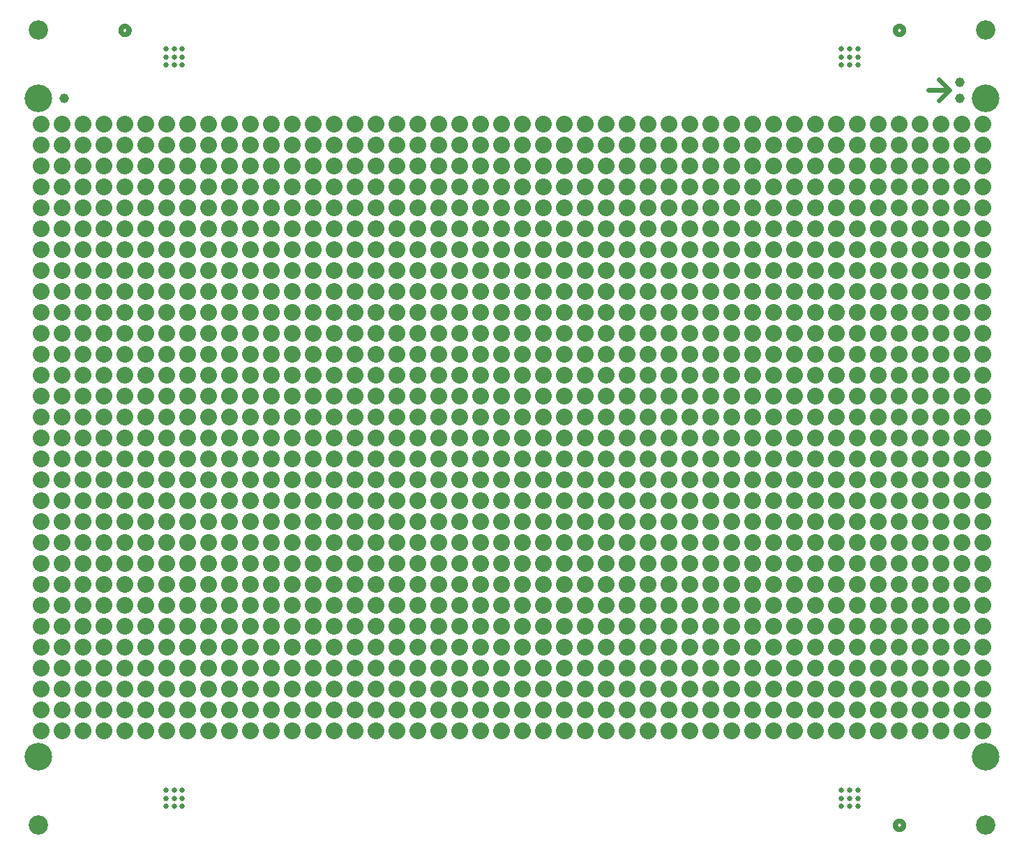
<source format=gts>
G75*
%MOIN*%
%OFA0B0*%
%FSLAX25Y25*%
%IPPOS*%
%LPD*%
%AMOC8*
5,1,8,0,0,1.08239X$1,22.5*
%
%ADD10C,0.13198*%
%ADD11C,0.02400*%
%ADD12C,0.02569*%
%ADD13C,0.09261*%
%ADD14C,0.04537*%
%ADD15C,0.08000*%
D10*
X0016427Y0041170D03*
X0016427Y0356131D03*
X0469183Y0356131D03*
X0469183Y0041170D03*
D11*
X0425875Y0008690D02*
X0425877Y0008778D01*
X0425883Y0008866D01*
X0425893Y0008954D01*
X0425907Y0009042D01*
X0425924Y0009128D01*
X0425946Y0009214D01*
X0425971Y0009298D01*
X0426001Y0009382D01*
X0426033Y0009464D01*
X0426070Y0009544D01*
X0426110Y0009623D01*
X0426154Y0009700D01*
X0426201Y0009775D01*
X0426251Y0009847D01*
X0426305Y0009918D01*
X0426361Y0009985D01*
X0426421Y0010051D01*
X0426483Y0010113D01*
X0426549Y0010173D01*
X0426616Y0010229D01*
X0426687Y0010283D01*
X0426759Y0010333D01*
X0426834Y0010380D01*
X0426911Y0010424D01*
X0426990Y0010464D01*
X0427070Y0010501D01*
X0427152Y0010533D01*
X0427236Y0010563D01*
X0427320Y0010588D01*
X0427406Y0010610D01*
X0427492Y0010627D01*
X0427580Y0010641D01*
X0427668Y0010651D01*
X0427756Y0010657D01*
X0427844Y0010659D01*
X0427932Y0010657D01*
X0428020Y0010651D01*
X0428108Y0010641D01*
X0428196Y0010627D01*
X0428282Y0010610D01*
X0428368Y0010588D01*
X0428452Y0010563D01*
X0428536Y0010533D01*
X0428618Y0010501D01*
X0428698Y0010464D01*
X0428777Y0010424D01*
X0428854Y0010380D01*
X0428929Y0010333D01*
X0429001Y0010283D01*
X0429072Y0010229D01*
X0429139Y0010173D01*
X0429205Y0010113D01*
X0429267Y0010051D01*
X0429327Y0009985D01*
X0429383Y0009918D01*
X0429437Y0009847D01*
X0429487Y0009775D01*
X0429534Y0009700D01*
X0429578Y0009623D01*
X0429618Y0009544D01*
X0429655Y0009464D01*
X0429687Y0009382D01*
X0429717Y0009298D01*
X0429742Y0009214D01*
X0429764Y0009128D01*
X0429781Y0009042D01*
X0429795Y0008954D01*
X0429805Y0008866D01*
X0429811Y0008778D01*
X0429813Y0008690D01*
X0429811Y0008602D01*
X0429805Y0008514D01*
X0429795Y0008426D01*
X0429781Y0008338D01*
X0429764Y0008252D01*
X0429742Y0008166D01*
X0429717Y0008082D01*
X0429687Y0007998D01*
X0429655Y0007916D01*
X0429618Y0007836D01*
X0429578Y0007757D01*
X0429534Y0007680D01*
X0429487Y0007605D01*
X0429437Y0007533D01*
X0429383Y0007462D01*
X0429327Y0007395D01*
X0429267Y0007329D01*
X0429205Y0007267D01*
X0429139Y0007207D01*
X0429072Y0007151D01*
X0429001Y0007097D01*
X0428929Y0007047D01*
X0428854Y0007000D01*
X0428777Y0006956D01*
X0428698Y0006916D01*
X0428618Y0006879D01*
X0428536Y0006847D01*
X0428452Y0006817D01*
X0428368Y0006792D01*
X0428282Y0006770D01*
X0428196Y0006753D01*
X0428108Y0006739D01*
X0428020Y0006729D01*
X0427932Y0006723D01*
X0427844Y0006721D01*
X0427756Y0006723D01*
X0427668Y0006729D01*
X0427580Y0006739D01*
X0427492Y0006753D01*
X0427406Y0006770D01*
X0427320Y0006792D01*
X0427236Y0006817D01*
X0427152Y0006847D01*
X0427070Y0006879D01*
X0426990Y0006916D01*
X0426911Y0006956D01*
X0426834Y0007000D01*
X0426759Y0007047D01*
X0426687Y0007097D01*
X0426616Y0007151D01*
X0426549Y0007207D01*
X0426483Y0007267D01*
X0426421Y0007329D01*
X0426361Y0007395D01*
X0426305Y0007462D01*
X0426251Y0007533D01*
X0426201Y0007605D01*
X0426154Y0007680D01*
X0426110Y0007757D01*
X0426070Y0007836D01*
X0426033Y0007916D01*
X0426001Y0007998D01*
X0425971Y0008082D01*
X0425946Y0008166D01*
X0425924Y0008252D01*
X0425907Y0008338D01*
X0425893Y0008426D01*
X0425883Y0008514D01*
X0425877Y0008602D01*
X0425875Y0008690D01*
X0446860Y0354900D02*
X0451860Y0359900D01*
X0446860Y0364900D01*
X0441860Y0359900D02*
X0451860Y0359900D01*
X0425875Y0388611D02*
X0425877Y0388699D01*
X0425883Y0388787D01*
X0425893Y0388875D01*
X0425907Y0388963D01*
X0425924Y0389049D01*
X0425946Y0389135D01*
X0425971Y0389219D01*
X0426001Y0389303D01*
X0426033Y0389385D01*
X0426070Y0389465D01*
X0426110Y0389544D01*
X0426154Y0389621D01*
X0426201Y0389696D01*
X0426251Y0389768D01*
X0426305Y0389839D01*
X0426361Y0389906D01*
X0426421Y0389972D01*
X0426483Y0390034D01*
X0426549Y0390094D01*
X0426616Y0390150D01*
X0426687Y0390204D01*
X0426759Y0390254D01*
X0426834Y0390301D01*
X0426911Y0390345D01*
X0426990Y0390385D01*
X0427070Y0390422D01*
X0427152Y0390454D01*
X0427236Y0390484D01*
X0427320Y0390509D01*
X0427406Y0390531D01*
X0427492Y0390548D01*
X0427580Y0390562D01*
X0427668Y0390572D01*
X0427756Y0390578D01*
X0427844Y0390580D01*
X0427932Y0390578D01*
X0428020Y0390572D01*
X0428108Y0390562D01*
X0428196Y0390548D01*
X0428282Y0390531D01*
X0428368Y0390509D01*
X0428452Y0390484D01*
X0428536Y0390454D01*
X0428618Y0390422D01*
X0428698Y0390385D01*
X0428777Y0390345D01*
X0428854Y0390301D01*
X0428929Y0390254D01*
X0429001Y0390204D01*
X0429072Y0390150D01*
X0429139Y0390094D01*
X0429205Y0390034D01*
X0429267Y0389972D01*
X0429327Y0389906D01*
X0429383Y0389839D01*
X0429437Y0389768D01*
X0429487Y0389696D01*
X0429534Y0389621D01*
X0429578Y0389544D01*
X0429618Y0389465D01*
X0429655Y0389385D01*
X0429687Y0389303D01*
X0429717Y0389219D01*
X0429742Y0389135D01*
X0429764Y0389049D01*
X0429781Y0388963D01*
X0429795Y0388875D01*
X0429805Y0388787D01*
X0429811Y0388699D01*
X0429813Y0388611D01*
X0429811Y0388523D01*
X0429805Y0388435D01*
X0429795Y0388347D01*
X0429781Y0388259D01*
X0429764Y0388173D01*
X0429742Y0388087D01*
X0429717Y0388003D01*
X0429687Y0387919D01*
X0429655Y0387837D01*
X0429618Y0387757D01*
X0429578Y0387678D01*
X0429534Y0387601D01*
X0429487Y0387526D01*
X0429437Y0387454D01*
X0429383Y0387383D01*
X0429327Y0387316D01*
X0429267Y0387250D01*
X0429205Y0387188D01*
X0429139Y0387128D01*
X0429072Y0387072D01*
X0429001Y0387018D01*
X0428929Y0386968D01*
X0428854Y0386921D01*
X0428777Y0386877D01*
X0428698Y0386837D01*
X0428618Y0386800D01*
X0428536Y0386768D01*
X0428452Y0386738D01*
X0428368Y0386713D01*
X0428282Y0386691D01*
X0428196Y0386674D01*
X0428108Y0386660D01*
X0428020Y0386650D01*
X0427932Y0386644D01*
X0427844Y0386642D01*
X0427756Y0386644D01*
X0427668Y0386650D01*
X0427580Y0386660D01*
X0427492Y0386674D01*
X0427406Y0386691D01*
X0427320Y0386713D01*
X0427236Y0386738D01*
X0427152Y0386768D01*
X0427070Y0386800D01*
X0426990Y0386837D01*
X0426911Y0386877D01*
X0426834Y0386921D01*
X0426759Y0386968D01*
X0426687Y0387018D01*
X0426616Y0387072D01*
X0426549Y0387128D01*
X0426483Y0387188D01*
X0426421Y0387250D01*
X0426361Y0387316D01*
X0426305Y0387383D01*
X0426251Y0387454D01*
X0426201Y0387526D01*
X0426154Y0387601D01*
X0426110Y0387678D01*
X0426070Y0387757D01*
X0426033Y0387837D01*
X0426001Y0387919D01*
X0425971Y0388003D01*
X0425946Y0388087D01*
X0425924Y0388173D01*
X0425907Y0388259D01*
X0425893Y0388347D01*
X0425883Y0388435D01*
X0425877Y0388523D01*
X0425875Y0388611D01*
X0055796Y0388611D02*
X0055798Y0388699D01*
X0055804Y0388787D01*
X0055814Y0388875D01*
X0055828Y0388963D01*
X0055845Y0389049D01*
X0055867Y0389135D01*
X0055892Y0389219D01*
X0055922Y0389303D01*
X0055954Y0389385D01*
X0055991Y0389465D01*
X0056031Y0389544D01*
X0056075Y0389621D01*
X0056122Y0389696D01*
X0056172Y0389768D01*
X0056226Y0389839D01*
X0056282Y0389906D01*
X0056342Y0389972D01*
X0056404Y0390034D01*
X0056470Y0390094D01*
X0056537Y0390150D01*
X0056608Y0390204D01*
X0056680Y0390254D01*
X0056755Y0390301D01*
X0056832Y0390345D01*
X0056911Y0390385D01*
X0056991Y0390422D01*
X0057073Y0390454D01*
X0057157Y0390484D01*
X0057241Y0390509D01*
X0057327Y0390531D01*
X0057413Y0390548D01*
X0057501Y0390562D01*
X0057589Y0390572D01*
X0057677Y0390578D01*
X0057765Y0390580D01*
X0057853Y0390578D01*
X0057941Y0390572D01*
X0058029Y0390562D01*
X0058117Y0390548D01*
X0058203Y0390531D01*
X0058289Y0390509D01*
X0058373Y0390484D01*
X0058457Y0390454D01*
X0058539Y0390422D01*
X0058619Y0390385D01*
X0058698Y0390345D01*
X0058775Y0390301D01*
X0058850Y0390254D01*
X0058922Y0390204D01*
X0058993Y0390150D01*
X0059060Y0390094D01*
X0059126Y0390034D01*
X0059188Y0389972D01*
X0059248Y0389906D01*
X0059304Y0389839D01*
X0059358Y0389768D01*
X0059408Y0389696D01*
X0059455Y0389621D01*
X0059499Y0389544D01*
X0059539Y0389465D01*
X0059576Y0389385D01*
X0059608Y0389303D01*
X0059638Y0389219D01*
X0059663Y0389135D01*
X0059685Y0389049D01*
X0059702Y0388963D01*
X0059716Y0388875D01*
X0059726Y0388787D01*
X0059732Y0388699D01*
X0059734Y0388611D01*
X0059732Y0388523D01*
X0059726Y0388435D01*
X0059716Y0388347D01*
X0059702Y0388259D01*
X0059685Y0388173D01*
X0059663Y0388087D01*
X0059638Y0388003D01*
X0059608Y0387919D01*
X0059576Y0387837D01*
X0059539Y0387757D01*
X0059499Y0387678D01*
X0059455Y0387601D01*
X0059408Y0387526D01*
X0059358Y0387454D01*
X0059304Y0387383D01*
X0059248Y0387316D01*
X0059188Y0387250D01*
X0059126Y0387188D01*
X0059060Y0387128D01*
X0058993Y0387072D01*
X0058922Y0387018D01*
X0058850Y0386968D01*
X0058775Y0386921D01*
X0058698Y0386877D01*
X0058619Y0386837D01*
X0058539Y0386800D01*
X0058457Y0386768D01*
X0058373Y0386738D01*
X0058289Y0386713D01*
X0058203Y0386691D01*
X0058117Y0386674D01*
X0058029Y0386660D01*
X0057941Y0386650D01*
X0057853Y0386644D01*
X0057765Y0386642D01*
X0057677Y0386644D01*
X0057589Y0386650D01*
X0057501Y0386660D01*
X0057413Y0386674D01*
X0057327Y0386691D01*
X0057241Y0386713D01*
X0057157Y0386738D01*
X0057073Y0386768D01*
X0056991Y0386800D01*
X0056911Y0386837D01*
X0056832Y0386877D01*
X0056755Y0386921D01*
X0056680Y0386968D01*
X0056608Y0387018D01*
X0056537Y0387072D01*
X0056470Y0387128D01*
X0056404Y0387188D01*
X0056342Y0387250D01*
X0056282Y0387316D01*
X0056226Y0387383D01*
X0056172Y0387454D01*
X0056122Y0387526D01*
X0056075Y0387601D01*
X0056031Y0387678D01*
X0055991Y0387757D01*
X0055954Y0387837D01*
X0055922Y0387919D01*
X0055892Y0388003D01*
X0055867Y0388087D01*
X0055845Y0388173D01*
X0055828Y0388259D01*
X0055814Y0388347D01*
X0055804Y0388435D01*
X0055798Y0388523D01*
X0055796Y0388611D01*
D12*
X0077450Y0379753D03*
X0077450Y0375816D03*
X0077450Y0371879D03*
X0081387Y0371879D03*
X0081387Y0375816D03*
X0081387Y0379753D03*
X0085324Y0379753D03*
X0085324Y0375816D03*
X0085324Y0371879D03*
X0400285Y0371879D03*
X0400285Y0375816D03*
X0400285Y0379753D03*
X0404222Y0379753D03*
X0408159Y0379753D03*
X0408159Y0375816D03*
X0404222Y0375816D03*
X0404222Y0371879D03*
X0408159Y0371879D03*
X0408159Y0025422D03*
X0408159Y0021485D03*
X0408159Y0017548D03*
X0404222Y0017548D03*
X0404222Y0021485D03*
X0404222Y0025422D03*
X0400285Y0025422D03*
X0400285Y0021485D03*
X0400285Y0017548D03*
X0085324Y0017548D03*
X0081387Y0017548D03*
X0077450Y0017548D03*
X0077450Y0021485D03*
X0077450Y0025422D03*
X0081387Y0025422D03*
X0081387Y0021485D03*
X0085324Y0021485D03*
X0085324Y0025422D03*
D13*
X0016427Y0008690D03*
X0469183Y0008690D03*
X0469183Y0388611D03*
X0016427Y0388611D03*
D14*
X0028750Y0356150D03*
X0456860Y0356150D03*
X0456860Y0363650D03*
D15*
X0457805Y0343650D03*
X0467805Y0343650D03*
X0467805Y0333650D03*
X0467805Y0323650D03*
X0457805Y0323650D03*
X0447805Y0323650D03*
X0437805Y0323650D03*
X0427805Y0323650D03*
X0417805Y0323650D03*
X0407805Y0323650D03*
X0397805Y0323650D03*
X0397805Y0333650D03*
X0407805Y0333650D03*
X0417805Y0333650D03*
X0427805Y0333650D03*
X0437805Y0333650D03*
X0447805Y0333650D03*
X0457805Y0333650D03*
X0447805Y0343650D03*
X0437805Y0343650D03*
X0427805Y0343650D03*
X0417805Y0343650D03*
X0407805Y0343650D03*
X0397805Y0343650D03*
X0387805Y0343650D03*
X0377805Y0343650D03*
X0367805Y0343650D03*
X0357805Y0343650D03*
X0347805Y0343650D03*
X0337805Y0343650D03*
X0327805Y0343650D03*
X0317805Y0343650D03*
X0307805Y0343650D03*
X0297805Y0343650D03*
X0287805Y0343650D03*
X0277805Y0343650D03*
X0267805Y0343650D03*
X0257805Y0343650D03*
X0247805Y0343650D03*
X0237805Y0343650D03*
X0237805Y0333650D03*
X0237805Y0323650D03*
X0247805Y0323650D03*
X0257805Y0323650D03*
X0267805Y0323650D03*
X0277805Y0323650D03*
X0287805Y0323650D03*
X0297805Y0323650D03*
X0307805Y0323650D03*
X0317805Y0323650D03*
X0327805Y0323650D03*
X0337805Y0323650D03*
X0347805Y0323650D03*
X0357805Y0323650D03*
X0367805Y0323650D03*
X0377805Y0323650D03*
X0387805Y0323650D03*
X0387805Y0333650D03*
X0377805Y0333650D03*
X0367805Y0333650D03*
X0357805Y0333650D03*
X0347805Y0333650D03*
X0337805Y0333650D03*
X0327805Y0333650D03*
X0317805Y0333650D03*
X0307805Y0333650D03*
X0297805Y0333650D03*
X0287805Y0333650D03*
X0277805Y0333650D03*
X0267805Y0333650D03*
X0257805Y0333650D03*
X0247805Y0333650D03*
X0247805Y0313650D03*
X0247805Y0303650D03*
X0257805Y0303650D03*
X0267805Y0303650D03*
X0277805Y0303650D03*
X0287805Y0303650D03*
X0297805Y0303650D03*
X0307805Y0303650D03*
X0317805Y0303650D03*
X0327805Y0303650D03*
X0337805Y0303650D03*
X0347805Y0303650D03*
X0357805Y0303650D03*
X0367805Y0303650D03*
X0377805Y0303650D03*
X0387805Y0303650D03*
X0387805Y0313650D03*
X0377805Y0313650D03*
X0367805Y0313650D03*
X0357805Y0313650D03*
X0347805Y0313650D03*
X0337805Y0313650D03*
X0327805Y0313650D03*
X0317805Y0313650D03*
X0307805Y0313650D03*
X0297805Y0313650D03*
X0287805Y0313650D03*
X0277805Y0313650D03*
X0267805Y0313650D03*
X0257805Y0313650D03*
X0237805Y0313650D03*
X0237805Y0303650D03*
X0237805Y0293650D03*
X0237805Y0283650D03*
X0247805Y0283650D03*
X0257805Y0283650D03*
X0267805Y0283650D03*
X0277805Y0283650D03*
X0287805Y0283650D03*
X0297805Y0283650D03*
X0307805Y0283650D03*
X0317805Y0283650D03*
X0327805Y0283650D03*
X0337805Y0283650D03*
X0347805Y0283650D03*
X0357805Y0283650D03*
X0367805Y0283650D03*
X0377805Y0283650D03*
X0387805Y0283650D03*
X0387805Y0293650D03*
X0377805Y0293650D03*
X0367805Y0293650D03*
X0357805Y0293650D03*
X0347805Y0293650D03*
X0337805Y0293650D03*
X0327805Y0293650D03*
X0317805Y0293650D03*
X0307805Y0293650D03*
X0297805Y0293650D03*
X0287805Y0293650D03*
X0277805Y0293650D03*
X0267805Y0293650D03*
X0257805Y0293650D03*
X0247805Y0293650D03*
X0247805Y0273650D03*
X0247805Y0263650D03*
X0257805Y0263650D03*
X0267805Y0263650D03*
X0277805Y0263650D03*
X0287805Y0263650D03*
X0297805Y0263650D03*
X0307805Y0263650D03*
X0317805Y0263650D03*
X0327805Y0263650D03*
X0337805Y0263650D03*
X0347805Y0263650D03*
X0357805Y0263650D03*
X0367805Y0263650D03*
X0377805Y0263650D03*
X0387805Y0263650D03*
X0387805Y0273650D03*
X0377805Y0273650D03*
X0367805Y0273650D03*
X0357805Y0273650D03*
X0347805Y0273650D03*
X0337805Y0273650D03*
X0327805Y0273650D03*
X0317805Y0273650D03*
X0307805Y0273650D03*
X0297805Y0273650D03*
X0287805Y0273650D03*
X0277805Y0273650D03*
X0267805Y0273650D03*
X0257805Y0273650D03*
X0237805Y0273650D03*
X0237805Y0263650D03*
X0237805Y0253650D03*
X0237805Y0243650D03*
X0247805Y0243650D03*
X0257805Y0243650D03*
X0267805Y0243650D03*
X0277805Y0243650D03*
X0287805Y0243650D03*
X0297805Y0243650D03*
X0307805Y0243650D03*
X0317805Y0243650D03*
X0327805Y0243650D03*
X0337805Y0243650D03*
X0347805Y0243650D03*
X0357805Y0243650D03*
X0367805Y0243650D03*
X0377805Y0243650D03*
X0387805Y0243650D03*
X0387805Y0253650D03*
X0377805Y0253650D03*
X0367805Y0253650D03*
X0357805Y0253650D03*
X0347805Y0253650D03*
X0337805Y0253650D03*
X0327805Y0253650D03*
X0317805Y0253650D03*
X0307805Y0253650D03*
X0297805Y0253650D03*
X0287805Y0253650D03*
X0277805Y0253650D03*
X0267805Y0253650D03*
X0257805Y0253650D03*
X0247805Y0253650D03*
X0247805Y0233650D03*
X0247805Y0223650D03*
X0257805Y0223650D03*
X0267805Y0223650D03*
X0277805Y0223650D03*
X0287805Y0223650D03*
X0297805Y0223650D03*
X0307805Y0223650D03*
X0317805Y0223650D03*
X0327805Y0223650D03*
X0337805Y0223650D03*
X0347805Y0223650D03*
X0357805Y0223650D03*
X0367805Y0223650D03*
X0377805Y0223650D03*
X0387805Y0223650D03*
X0387805Y0233650D03*
X0377805Y0233650D03*
X0367805Y0233650D03*
X0357805Y0233650D03*
X0347805Y0233650D03*
X0337805Y0233650D03*
X0327805Y0233650D03*
X0317805Y0233650D03*
X0307805Y0233650D03*
X0297805Y0233650D03*
X0287805Y0233650D03*
X0277805Y0233650D03*
X0267805Y0233650D03*
X0257805Y0233650D03*
X0237805Y0233650D03*
X0237805Y0223650D03*
X0237805Y0213650D03*
X0237805Y0203650D03*
X0247805Y0203650D03*
X0257805Y0203650D03*
X0267805Y0203650D03*
X0277805Y0203650D03*
X0287805Y0203650D03*
X0297805Y0203650D03*
X0307805Y0203650D03*
X0317805Y0203650D03*
X0327805Y0203650D03*
X0337805Y0203650D03*
X0347805Y0203650D03*
X0357805Y0203650D03*
X0367805Y0203650D03*
X0377805Y0203650D03*
X0387805Y0203650D03*
X0387805Y0213650D03*
X0377805Y0213650D03*
X0367805Y0213650D03*
X0357805Y0213650D03*
X0347805Y0213650D03*
X0337805Y0213650D03*
X0327805Y0213650D03*
X0317805Y0213650D03*
X0307805Y0213650D03*
X0297805Y0213650D03*
X0287805Y0213650D03*
X0277805Y0213650D03*
X0267805Y0213650D03*
X0257805Y0213650D03*
X0247805Y0213650D03*
X0247805Y0193650D03*
X0247805Y0183650D03*
X0257805Y0183650D03*
X0267805Y0183650D03*
X0277805Y0183650D03*
X0287805Y0183650D03*
X0297805Y0183650D03*
X0307805Y0183650D03*
X0317805Y0183650D03*
X0327805Y0183650D03*
X0337805Y0183650D03*
X0347805Y0183650D03*
X0357805Y0183650D03*
X0367805Y0183650D03*
X0377805Y0183650D03*
X0387805Y0183650D03*
X0387805Y0193650D03*
X0377805Y0193650D03*
X0367805Y0193650D03*
X0357805Y0193650D03*
X0347805Y0193650D03*
X0337805Y0193650D03*
X0327805Y0193650D03*
X0317805Y0193650D03*
X0307805Y0193650D03*
X0297805Y0193650D03*
X0287805Y0193650D03*
X0277805Y0193650D03*
X0267805Y0193650D03*
X0257805Y0193650D03*
X0237805Y0193650D03*
X0237805Y0183650D03*
X0237805Y0173650D03*
X0237805Y0163650D03*
X0247805Y0163650D03*
X0257805Y0163650D03*
X0267805Y0163650D03*
X0277805Y0163650D03*
X0287805Y0163650D03*
X0297805Y0163650D03*
X0307805Y0163650D03*
X0317805Y0163650D03*
X0327805Y0163650D03*
X0337805Y0163650D03*
X0347805Y0163650D03*
X0357805Y0163650D03*
X0367805Y0163650D03*
X0377805Y0163650D03*
X0387805Y0163650D03*
X0387805Y0173650D03*
X0377805Y0173650D03*
X0367805Y0173650D03*
X0357805Y0173650D03*
X0347805Y0173650D03*
X0337805Y0173650D03*
X0327805Y0173650D03*
X0317805Y0173650D03*
X0307805Y0173650D03*
X0297805Y0173650D03*
X0287805Y0173650D03*
X0277805Y0173650D03*
X0267805Y0173650D03*
X0257805Y0173650D03*
X0247805Y0173650D03*
X0247805Y0153650D03*
X0247805Y0143650D03*
X0257805Y0143650D03*
X0267805Y0143650D03*
X0277805Y0143650D03*
X0287805Y0143650D03*
X0297805Y0143650D03*
X0307805Y0143650D03*
X0317805Y0143650D03*
X0327805Y0143650D03*
X0337805Y0143650D03*
X0347805Y0143650D03*
X0357805Y0143650D03*
X0367805Y0143650D03*
X0377805Y0143650D03*
X0387805Y0143650D03*
X0387805Y0153650D03*
X0377805Y0153650D03*
X0367805Y0153650D03*
X0357805Y0153650D03*
X0347805Y0153650D03*
X0337805Y0153650D03*
X0327805Y0153650D03*
X0317805Y0153650D03*
X0307805Y0153650D03*
X0297805Y0153650D03*
X0287805Y0153650D03*
X0277805Y0153650D03*
X0267805Y0153650D03*
X0257805Y0153650D03*
X0237805Y0153650D03*
X0237805Y0143650D03*
X0237805Y0133650D03*
X0237805Y0123650D03*
X0247805Y0123650D03*
X0257805Y0123650D03*
X0267805Y0123650D03*
X0277805Y0123650D03*
X0287805Y0123650D03*
X0297805Y0123650D03*
X0307805Y0123650D03*
X0317805Y0123650D03*
X0327805Y0123650D03*
X0337805Y0123650D03*
X0347805Y0123650D03*
X0357805Y0123650D03*
X0367805Y0123650D03*
X0377805Y0123650D03*
X0387805Y0123650D03*
X0387805Y0133650D03*
X0377805Y0133650D03*
X0367805Y0133650D03*
X0357805Y0133650D03*
X0347805Y0133650D03*
X0337805Y0133650D03*
X0327805Y0133650D03*
X0317805Y0133650D03*
X0307805Y0133650D03*
X0297805Y0133650D03*
X0287805Y0133650D03*
X0277805Y0133650D03*
X0267805Y0133650D03*
X0257805Y0133650D03*
X0247805Y0133650D03*
X0247805Y0113650D03*
X0247805Y0103650D03*
X0257805Y0103650D03*
X0267805Y0103650D03*
X0277805Y0103650D03*
X0287805Y0103650D03*
X0297805Y0103650D03*
X0307805Y0103650D03*
X0317805Y0103650D03*
X0327805Y0103650D03*
X0337805Y0103650D03*
X0347805Y0103650D03*
X0357805Y0103650D03*
X0367805Y0103650D03*
X0377805Y0103650D03*
X0387805Y0103650D03*
X0387805Y0113650D03*
X0377805Y0113650D03*
X0367805Y0113650D03*
X0357805Y0113650D03*
X0347805Y0113650D03*
X0337805Y0113650D03*
X0327805Y0113650D03*
X0317805Y0113650D03*
X0307805Y0113650D03*
X0297805Y0113650D03*
X0287805Y0113650D03*
X0277805Y0113650D03*
X0267805Y0113650D03*
X0257805Y0113650D03*
X0237805Y0113650D03*
X0237805Y0103650D03*
X0237805Y0093650D03*
X0237805Y0083650D03*
X0247805Y0083650D03*
X0257805Y0083650D03*
X0267805Y0083650D03*
X0277805Y0083650D03*
X0287805Y0083650D03*
X0297805Y0083650D03*
X0307805Y0083650D03*
X0317805Y0083650D03*
X0327805Y0083650D03*
X0337805Y0083650D03*
X0347805Y0083650D03*
X0357805Y0083650D03*
X0367805Y0083650D03*
X0377805Y0083650D03*
X0387805Y0083650D03*
X0387805Y0093650D03*
X0377805Y0093650D03*
X0367805Y0093650D03*
X0357805Y0093650D03*
X0347805Y0093650D03*
X0337805Y0093650D03*
X0327805Y0093650D03*
X0317805Y0093650D03*
X0307805Y0093650D03*
X0297805Y0093650D03*
X0287805Y0093650D03*
X0277805Y0093650D03*
X0267805Y0093650D03*
X0257805Y0093650D03*
X0247805Y0093650D03*
X0247805Y0073650D03*
X0247805Y0063650D03*
X0257805Y0063650D03*
X0267805Y0063650D03*
X0277805Y0063650D03*
X0287805Y0063650D03*
X0297805Y0063650D03*
X0307805Y0063650D03*
X0317805Y0063650D03*
X0327805Y0063650D03*
X0337805Y0063650D03*
X0347805Y0063650D03*
X0357805Y0063650D03*
X0367805Y0063650D03*
X0377805Y0063650D03*
X0387805Y0063650D03*
X0387805Y0073650D03*
X0377805Y0073650D03*
X0367805Y0073650D03*
X0357805Y0073650D03*
X0347805Y0073650D03*
X0337805Y0073650D03*
X0327805Y0073650D03*
X0317805Y0073650D03*
X0307805Y0073650D03*
X0297805Y0073650D03*
X0287805Y0073650D03*
X0277805Y0073650D03*
X0267805Y0073650D03*
X0257805Y0073650D03*
X0237805Y0073650D03*
X0237805Y0063650D03*
X0237805Y0053650D03*
X0247805Y0053650D03*
X0257805Y0053650D03*
X0267805Y0053650D03*
X0277805Y0053650D03*
X0287805Y0053650D03*
X0297805Y0053650D03*
X0307805Y0053650D03*
X0317805Y0053650D03*
X0327805Y0053650D03*
X0337805Y0053650D03*
X0347805Y0053650D03*
X0357805Y0053650D03*
X0367805Y0053650D03*
X0377805Y0053650D03*
X0387805Y0053650D03*
X0397805Y0053650D03*
X0407805Y0053650D03*
X0417805Y0053650D03*
X0427805Y0053650D03*
X0437805Y0053650D03*
X0447805Y0053650D03*
X0457805Y0053650D03*
X0467805Y0053650D03*
X0467805Y0063650D03*
X0457805Y0063650D03*
X0447805Y0063650D03*
X0437805Y0063650D03*
X0427805Y0063650D03*
X0417805Y0063650D03*
X0407805Y0063650D03*
X0397805Y0063650D03*
X0397805Y0073650D03*
X0407805Y0073650D03*
X0417805Y0073650D03*
X0427805Y0073650D03*
X0437805Y0073650D03*
X0447805Y0073650D03*
X0457805Y0073650D03*
X0467805Y0073650D03*
X0467805Y0083650D03*
X0457805Y0083650D03*
X0447805Y0083650D03*
X0437805Y0083650D03*
X0427805Y0083650D03*
X0417805Y0083650D03*
X0407805Y0083650D03*
X0397805Y0083650D03*
X0397805Y0093650D03*
X0407805Y0093650D03*
X0417805Y0093650D03*
X0427805Y0093650D03*
X0437805Y0093650D03*
X0447805Y0093650D03*
X0457805Y0093650D03*
X0467805Y0093650D03*
X0467805Y0103650D03*
X0457805Y0103650D03*
X0447805Y0103650D03*
X0437805Y0103650D03*
X0427805Y0103650D03*
X0417805Y0103650D03*
X0407805Y0103650D03*
X0397805Y0103650D03*
X0397805Y0113650D03*
X0407805Y0113650D03*
X0417805Y0113650D03*
X0427805Y0113650D03*
X0437805Y0113650D03*
X0447805Y0113650D03*
X0457805Y0113650D03*
X0467805Y0113650D03*
X0467805Y0123650D03*
X0457805Y0123650D03*
X0447805Y0123650D03*
X0437805Y0123650D03*
X0427805Y0123650D03*
X0417805Y0123650D03*
X0407805Y0123650D03*
X0397805Y0123650D03*
X0397805Y0133650D03*
X0407805Y0133650D03*
X0417805Y0133650D03*
X0427805Y0133650D03*
X0437805Y0133650D03*
X0447805Y0133650D03*
X0457805Y0133650D03*
X0467805Y0133650D03*
X0467805Y0143650D03*
X0457805Y0143650D03*
X0447805Y0143650D03*
X0437805Y0143650D03*
X0427805Y0143650D03*
X0417805Y0143650D03*
X0407805Y0143650D03*
X0397805Y0143650D03*
X0397805Y0153650D03*
X0407805Y0153650D03*
X0417805Y0153650D03*
X0427805Y0153650D03*
X0437805Y0153650D03*
X0447805Y0153650D03*
X0457805Y0153650D03*
X0467805Y0153650D03*
X0467805Y0163650D03*
X0457805Y0163650D03*
X0447805Y0163650D03*
X0437805Y0163650D03*
X0427805Y0163650D03*
X0417805Y0163650D03*
X0407805Y0163650D03*
X0397805Y0163650D03*
X0397805Y0173650D03*
X0407805Y0173650D03*
X0417805Y0173650D03*
X0427805Y0173650D03*
X0437805Y0173650D03*
X0447805Y0173650D03*
X0457805Y0173650D03*
X0467805Y0173650D03*
X0467805Y0183650D03*
X0457805Y0183650D03*
X0447805Y0183650D03*
X0437805Y0183650D03*
X0427805Y0183650D03*
X0417805Y0183650D03*
X0407805Y0183650D03*
X0397805Y0183650D03*
X0397805Y0193650D03*
X0407805Y0193650D03*
X0417805Y0193650D03*
X0427805Y0193650D03*
X0437805Y0193650D03*
X0447805Y0193650D03*
X0457805Y0193650D03*
X0467805Y0193650D03*
X0467805Y0203650D03*
X0457805Y0203650D03*
X0447805Y0203650D03*
X0437805Y0203650D03*
X0427805Y0203650D03*
X0417805Y0203650D03*
X0407805Y0203650D03*
X0397805Y0203650D03*
X0397805Y0213650D03*
X0407805Y0213650D03*
X0417805Y0213650D03*
X0427805Y0213650D03*
X0437805Y0213650D03*
X0447805Y0213650D03*
X0457805Y0213650D03*
X0467805Y0213650D03*
X0467805Y0223650D03*
X0457805Y0223650D03*
X0447805Y0223650D03*
X0437805Y0223650D03*
X0427805Y0223650D03*
X0417805Y0223650D03*
X0407805Y0223650D03*
X0397805Y0223650D03*
X0397805Y0233650D03*
X0407805Y0233650D03*
X0417805Y0233650D03*
X0427805Y0233650D03*
X0437805Y0233650D03*
X0447805Y0233650D03*
X0457805Y0233650D03*
X0467805Y0233650D03*
X0467805Y0243650D03*
X0457805Y0243650D03*
X0447805Y0243650D03*
X0437805Y0243650D03*
X0427805Y0243650D03*
X0417805Y0243650D03*
X0407805Y0243650D03*
X0397805Y0243650D03*
X0397805Y0253650D03*
X0407805Y0253650D03*
X0417805Y0253650D03*
X0427805Y0253650D03*
X0437805Y0253650D03*
X0447805Y0253650D03*
X0457805Y0253650D03*
X0467805Y0253650D03*
X0467805Y0263650D03*
X0457805Y0263650D03*
X0447805Y0263650D03*
X0437805Y0263650D03*
X0427805Y0263650D03*
X0417805Y0263650D03*
X0407805Y0263650D03*
X0397805Y0263650D03*
X0397805Y0273650D03*
X0407805Y0273650D03*
X0417805Y0273650D03*
X0427805Y0273650D03*
X0437805Y0273650D03*
X0447805Y0273650D03*
X0457805Y0273650D03*
X0467805Y0273650D03*
X0467805Y0283650D03*
X0457805Y0283650D03*
X0447805Y0283650D03*
X0437805Y0283650D03*
X0427805Y0283650D03*
X0417805Y0283650D03*
X0407805Y0283650D03*
X0397805Y0283650D03*
X0397805Y0293650D03*
X0407805Y0293650D03*
X0417805Y0293650D03*
X0427805Y0293650D03*
X0437805Y0293650D03*
X0447805Y0293650D03*
X0457805Y0293650D03*
X0467805Y0293650D03*
X0467805Y0303650D03*
X0457805Y0303650D03*
X0447805Y0303650D03*
X0437805Y0303650D03*
X0427805Y0303650D03*
X0417805Y0303650D03*
X0407805Y0303650D03*
X0397805Y0303650D03*
X0397805Y0313650D03*
X0407805Y0313650D03*
X0417805Y0313650D03*
X0427805Y0313650D03*
X0437805Y0313650D03*
X0447805Y0313650D03*
X0457805Y0313650D03*
X0467805Y0313650D03*
X0227805Y0313650D03*
X0227805Y0303650D03*
X0217805Y0303650D03*
X0207805Y0303650D03*
X0197805Y0303650D03*
X0187805Y0303650D03*
X0177805Y0303650D03*
X0167805Y0303650D03*
X0157805Y0303650D03*
X0147805Y0303650D03*
X0137805Y0303650D03*
X0127805Y0303650D03*
X0117805Y0303650D03*
X0107805Y0303650D03*
X0097805Y0303650D03*
X0087805Y0303650D03*
X0077805Y0303650D03*
X0077805Y0313650D03*
X0087805Y0313650D03*
X0097805Y0313650D03*
X0107805Y0313650D03*
X0117805Y0313650D03*
X0127805Y0313650D03*
X0137805Y0313650D03*
X0147805Y0313650D03*
X0157805Y0313650D03*
X0167805Y0313650D03*
X0177805Y0313650D03*
X0187805Y0313650D03*
X0197805Y0313650D03*
X0207805Y0313650D03*
X0217805Y0313650D03*
X0217805Y0323650D03*
X0227805Y0323650D03*
X0227805Y0333650D03*
X0217805Y0333650D03*
X0207805Y0333650D03*
X0207805Y0323650D03*
X0197805Y0323650D03*
X0187805Y0323650D03*
X0177805Y0323650D03*
X0167805Y0323650D03*
X0157805Y0323650D03*
X0147805Y0323650D03*
X0137805Y0323650D03*
X0127805Y0323650D03*
X0117805Y0323650D03*
X0107805Y0323650D03*
X0097805Y0323650D03*
X0087805Y0323650D03*
X0077805Y0323650D03*
X0077805Y0333650D03*
X0087805Y0333650D03*
X0097805Y0333650D03*
X0107805Y0333650D03*
X0117805Y0333650D03*
X0127805Y0333650D03*
X0137805Y0333650D03*
X0147805Y0333650D03*
X0157805Y0333650D03*
X0167805Y0333650D03*
X0177805Y0333650D03*
X0187805Y0333650D03*
X0197805Y0333650D03*
X0197805Y0343650D03*
X0207805Y0343650D03*
X0217805Y0343650D03*
X0227805Y0343650D03*
X0187805Y0343650D03*
X0177805Y0343650D03*
X0167805Y0343650D03*
X0157805Y0343650D03*
X0147805Y0343650D03*
X0137805Y0343650D03*
X0127805Y0343650D03*
X0117805Y0343650D03*
X0107805Y0343650D03*
X0097805Y0343650D03*
X0087805Y0343650D03*
X0077805Y0343650D03*
X0067805Y0343650D03*
X0057805Y0343650D03*
X0047805Y0343650D03*
X0037805Y0343650D03*
X0027805Y0343650D03*
X0017805Y0343650D03*
X0017805Y0333650D03*
X0017805Y0323650D03*
X0027805Y0323650D03*
X0037805Y0323650D03*
X0047805Y0323650D03*
X0057805Y0323650D03*
X0067805Y0323650D03*
X0067805Y0333650D03*
X0057805Y0333650D03*
X0047805Y0333650D03*
X0037805Y0333650D03*
X0027805Y0333650D03*
X0027805Y0313650D03*
X0027805Y0303650D03*
X0037805Y0303650D03*
X0047805Y0303650D03*
X0057805Y0303650D03*
X0067805Y0303650D03*
X0067805Y0313650D03*
X0057805Y0313650D03*
X0047805Y0313650D03*
X0037805Y0313650D03*
X0017805Y0313650D03*
X0017805Y0303650D03*
X0017805Y0293650D03*
X0017805Y0283650D03*
X0027805Y0283650D03*
X0037805Y0283650D03*
X0047805Y0283650D03*
X0057805Y0283650D03*
X0067805Y0283650D03*
X0067805Y0293650D03*
X0057805Y0293650D03*
X0047805Y0293650D03*
X0037805Y0293650D03*
X0027805Y0293650D03*
X0027805Y0273650D03*
X0027805Y0263650D03*
X0037805Y0263650D03*
X0047805Y0263650D03*
X0057805Y0263650D03*
X0067805Y0263650D03*
X0067805Y0273650D03*
X0057805Y0273650D03*
X0047805Y0273650D03*
X0037805Y0273650D03*
X0017805Y0273650D03*
X0017805Y0263650D03*
X0017805Y0253650D03*
X0017805Y0243650D03*
X0027805Y0243650D03*
X0037805Y0243650D03*
X0047805Y0243650D03*
X0057805Y0243650D03*
X0067805Y0243650D03*
X0067805Y0253650D03*
X0057805Y0253650D03*
X0047805Y0253650D03*
X0037805Y0253650D03*
X0027805Y0253650D03*
X0027805Y0233650D03*
X0027805Y0223650D03*
X0037805Y0223650D03*
X0047805Y0223650D03*
X0057805Y0223650D03*
X0067805Y0223650D03*
X0067805Y0233650D03*
X0057805Y0233650D03*
X0047805Y0233650D03*
X0037805Y0233650D03*
X0017805Y0233650D03*
X0017805Y0223650D03*
X0017805Y0213650D03*
X0017805Y0203650D03*
X0027805Y0203650D03*
X0037805Y0203650D03*
X0047805Y0203650D03*
X0057805Y0203650D03*
X0067805Y0203650D03*
X0067805Y0213650D03*
X0057805Y0213650D03*
X0047805Y0213650D03*
X0037805Y0213650D03*
X0027805Y0213650D03*
X0027805Y0193650D03*
X0027805Y0183650D03*
X0037805Y0183650D03*
X0047805Y0183650D03*
X0057805Y0183650D03*
X0067805Y0183650D03*
X0067805Y0193650D03*
X0057805Y0193650D03*
X0047805Y0193650D03*
X0037805Y0193650D03*
X0017805Y0193650D03*
X0017805Y0183650D03*
X0017805Y0173650D03*
X0017805Y0163650D03*
X0027805Y0163650D03*
X0037805Y0163650D03*
X0047805Y0163650D03*
X0057805Y0163650D03*
X0067805Y0163650D03*
X0067805Y0173650D03*
X0057805Y0173650D03*
X0047805Y0173650D03*
X0037805Y0173650D03*
X0027805Y0173650D03*
X0027805Y0153650D03*
X0027805Y0143650D03*
X0037805Y0143650D03*
X0047805Y0143650D03*
X0057805Y0143650D03*
X0067805Y0143650D03*
X0067805Y0153650D03*
X0057805Y0153650D03*
X0047805Y0153650D03*
X0037805Y0153650D03*
X0017805Y0153650D03*
X0017805Y0143650D03*
X0017805Y0133650D03*
X0017805Y0123650D03*
X0027805Y0123650D03*
X0037805Y0123650D03*
X0047805Y0123650D03*
X0057805Y0123650D03*
X0067805Y0123650D03*
X0067805Y0133650D03*
X0057805Y0133650D03*
X0047805Y0133650D03*
X0037805Y0133650D03*
X0027805Y0133650D03*
X0027805Y0113650D03*
X0027805Y0103650D03*
X0037805Y0103650D03*
X0047805Y0103650D03*
X0057805Y0103650D03*
X0067805Y0103650D03*
X0067805Y0113650D03*
X0057805Y0113650D03*
X0047805Y0113650D03*
X0037805Y0113650D03*
X0017805Y0113650D03*
X0017805Y0103650D03*
X0017805Y0093650D03*
X0017805Y0083650D03*
X0027805Y0083650D03*
X0037805Y0083650D03*
X0047805Y0083650D03*
X0057805Y0083650D03*
X0067805Y0083650D03*
X0067805Y0093650D03*
X0057805Y0093650D03*
X0047805Y0093650D03*
X0037805Y0093650D03*
X0027805Y0093650D03*
X0027805Y0073650D03*
X0027805Y0063650D03*
X0037805Y0063650D03*
X0047805Y0063650D03*
X0057805Y0063650D03*
X0067805Y0063650D03*
X0067805Y0073650D03*
X0057805Y0073650D03*
X0047805Y0073650D03*
X0037805Y0073650D03*
X0017805Y0073650D03*
X0017805Y0063650D03*
X0017805Y0053650D03*
X0027805Y0053650D03*
X0037805Y0053650D03*
X0047805Y0053650D03*
X0057805Y0053650D03*
X0067805Y0053650D03*
X0077805Y0053650D03*
X0087805Y0053650D03*
X0097805Y0053650D03*
X0107805Y0053650D03*
X0117805Y0053650D03*
X0127805Y0053650D03*
X0137805Y0053650D03*
X0147805Y0053650D03*
X0157805Y0053650D03*
X0167805Y0053650D03*
X0177805Y0053650D03*
X0187805Y0053650D03*
X0197805Y0053650D03*
X0207805Y0053650D03*
X0217805Y0053650D03*
X0227805Y0053650D03*
X0227805Y0063650D03*
X0217805Y0063650D03*
X0207805Y0063650D03*
X0197805Y0063650D03*
X0187805Y0063650D03*
X0177805Y0063650D03*
X0167805Y0063650D03*
X0157805Y0063650D03*
X0147805Y0063650D03*
X0137805Y0063650D03*
X0127805Y0063650D03*
X0117805Y0063650D03*
X0107805Y0063650D03*
X0097805Y0063650D03*
X0087805Y0063650D03*
X0077805Y0063650D03*
X0077805Y0073650D03*
X0087805Y0073650D03*
X0097805Y0073650D03*
X0107805Y0073650D03*
X0117805Y0073650D03*
X0127805Y0073650D03*
X0137805Y0073650D03*
X0147805Y0073650D03*
X0157805Y0073650D03*
X0167805Y0073650D03*
X0177805Y0073650D03*
X0187805Y0073650D03*
X0197805Y0073650D03*
X0207805Y0073650D03*
X0217805Y0073650D03*
X0227805Y0073650D03*
X0227805Y0083650D03*
X0217805Y0083650D03*
X0207805Y0083650D03*
X0197805Y0083650D03*
X0187805Y0083650D03*
X0177805Y0083650D03*
X0167805Y0083650D03*
X0157805Y0083650D03*
X0147805Y0083650D03*
X0137805Y0083650D03*
X0127805Y0083650D03*
X0117805Y0083650D03*
X0107805Y0083650D03*
X0097805Y0083650D03*
X0087805Y0083650D03*
X0077805Y0083650D03*
X0077805Y0093650D03*
X0087805Y0093650D03*
X0097805Y0093650D03*
X0107805Y0093650D03*
X0117805Y0093650D03*
X0127805Y0093650D03*
X0137805Y0093650D03*
X0147805Y0093650D03*
X0157805Y0093650D03*
X0167805Y0093650D03*
X0177805Y0093650D03*
X0187805Y0093650D03*
X0197805Y0093650D03*
X0207805Y0093650D03*
X0217805Y0093650D03*
X0227805Y0093650D03*
X0227805Y0103650D03*
X0217805Y0103650D03*
X0207805Y0103650D03*
X0197805Y0103650D03*
X0187805Y0103650D03*
X0177805Y0103650D03*
X0167805Y0103650D03*
X0157805Y0103650D03*
X0147805Y0103650D03*
X0137805Y0103650D03*
X0127805Y0103650D03*
X0117805Y0103650D03*
X0107805Y0103650D03*
X0097805Y0103650D03*
X0087805Y0103650D03*
X0077805Y0103650D03*
X0077805Y0113650D03*
X0087805Y0113650D03*
X0097805Y0113650D03*
X0107805Y0113650D03*
X0117805Y0113650D03*
X0127805Y0113650D03*
X0137805Y0113650D03*
X0147805Y0113650D03*
X0157805Y0113650D03*
X0167805Y0113650D03*
X0177805Y0113650D03*
X0187805Y0113650D03*
X0197805Y0113650D03*
X0207805Y0113650D03*
X0217805Y0113650D03*
X0227805Y0113650D03*
X0227805Y0123650D03*
X0217805Y0123650D03*
X0207805Y0123650D03*
X0197805Y0123650D03*
X0187805Y0123650D03*
X0177805Y0123650D03*
X0167805Y0123650D03*
X0157805Y0123650D03*
X0147805Y0123650D03*
X0137805Y0123650D03*
X0127805Y0123650D03*
X0117805Y0123650D03*
X0107805Y0123650D03*
X0097805Y0123650D03*
X0087805Y0123650D03*
X0077805Y0123650D03*
X0077805Y0133650D03*
X0087805Y0133650D03*
X0097805Y0133650D03*
X0107805Y0133650D03*
X0117805Y0133650D03*
X0127805Y0133650D03*
X0137805Y0133650D03*
X0147805Y0133650D03*
X0157805Y0133650D03*
X0167805Y0133650D03*
X0177805Y0133650D03*
X0187805Y0133650D03*
X0197805Y0133650D03*
X0207805Y0133650D03*
X0217805Y0133650D03*
X0227805Y0133650D03*
X0227805Y0143650D03*
X0217805Y0143650D03*
X0207805Y0143650D03*
X0197805Y0143650D03*
X0187805Y0143650D03*
X0177805Y0143650D03*
X0167805Y0143650D03*
X0157805Y0143650D03*
X0147805Y0143650D03*
X0137805Y0143650D03*
X0127805Y0143650D03*
X0117805Y0143650D03*
X0107805Y0143650D03*
X0097805Y0143650D03*
X0087805Y0143650D03*
X0077805Y0143650D03*
X0077805Y0153650D03*
X0087805Y0153650D03*
X0097805Y0153650D03*
X0107805Y0153650D03*
X0117805Y0153650D03*
X0127805Y0153650D03*
X0137805Y0153650D03*
X0147805Y0153650D03*
X0157805Y0153650D03*
X0167805Y0153650D03*
X0177805Y0153650D03*
X0187805Y0153650D03*
X0197805Y0153650D03*
X0207805Y0153650D03*
X0217805Y0153650D03*
X0227805Y0153650D03*
X0227805Y0163650D03*
X0217805Y0163650D03*
X0207805Y0163650D03*
X0197805Y0163650D03*
X0187805Y0163650D03*
X0177805Y0163650D03*
X0167805Y0163650D03*
X0157805Y0163650D03*
X0147805Y0163650D03*
X0137805Y0163650D03*
X0127805Y0163650D03*
X0117805Y0163650D03*
X0107805Y0163650D03*
X0097805Y0163650D03*
X0087805Y0163650D03*
X0077805Y0163650D03*
X0077805Y0173650D03*
X0087805Y0173650D03*
X0097805Y0173650D03*
X0107805Y0173650D03*
X0117805Y0173650D03*
X0127805Y0173650D03*
X0137805Y0173650D03*
X0147805Y0173650D03*
X0157805Y0173650D03*
X0167805Y0173650D03*
X0177805Y0173650D03*
X0187805Y0173650D03*
X0197805Y0173650D03*
X0207805Y0173650D03*
X0217805Y0173650D03*
X0227805Y0173650D03*
X0227805Y0183650D03*
X0217805Y0183650D03*
X0207805Y0183650D03*
X0197805Y0183650D03*
X0187805Y0183650D03*
X0177805Y0183650D03*
X0167805Y0183650D03*
X0157805Y0183650D03*
X0147805Y0183650D03*
X0137805Y0183650D03*
X0127805Y0183650D03*
X0117805Y0183650D03*
X0107805Y0183650D03*
X0097805Y0183650D03*
X0087805Y0183650D03*
X0077805Y0183650D03*
X0077805Y0193650D03*
X0087805Y0193650D03*
X0097805Y0193650D03*
X0107805Y0193650D03*
X0117805Y0193650D03*
X0127805Y0193650D03*
X0137805Y0193650D03*
X0147805Y0193650D03*
X0157805Y0193650D03*
X0167805Y0193650D03*
X0177805Y0193650D03*
X0187805Y0193650D03*
X0197805Y0193650D03*
X0207805Y0193650D03*
X0217805Y0193650D03*
X0227805Y0193650D03*
X0227805Y0203650D03*
X0217805Y0203650D03*
X0207805Y0203650D03*
X0197805Y0203650D03*
X0187805Y0203650D03*
X0177805Y0203650D03*
X0167805Y0203650D03*
X0157805Y0203650D03*
X0147805Y0203650D03*
X0137805Y0203650D03*
X0127805Y0203650D03*
X0117805Y0203650D03*
X0107805Y0203650D03*
X0097805Y0203650D03*
X0087805Y0203650D03*
X0077805Y0203650D03*
X0077805Y0213650D03*
X0087805Y0213650D03*
X0097805Y0213650D03*
X0107805Y0213650D03*
X0117805Y0213650D03*
X0127805Y0213650D03*
X0137805Y0213650D03*
X0147805Y0213650D03*
X0157805Y0213650D03*
X0167805Y0213650D03*
X0177805Y0213650D03*
X0187805Y0213650D03*
X0197805Y0213650D03*
X0207805Y0213650D03*
X0217805Y0213650D03*
X0227805Y0213650D03*
X0227805Y0223650D03*
X0217805Y0223650D03*
X0207805Y0223650D03*
X0197805Y0223650D03*
X0187805Y0223650D03*
X0177805Y0223650D03*
X0167805Y0223650D03*
X0157805Y0223650D03*
X0147805Y0223650D03*
X0137805Y0223650D03*
X0127805Y0223650D03*
X0117805Y0223650D03*
X0107805Y0223650D03*
X0097805Y0223650D03*
X0087805Y0223650D03*
X0077805Y0223650D03*
X0077805Y0233650D03*
X0087805Y0233650D03*
X0097805Y0233650D03*
X0107805Y0233650D03*
X0117805Y0233650D03*
X0127805Y0233650D03*
X0137805Y0233650D03*
X0147805Y0233650D03*
X0157805Y0233650D03*
X0167805Y0233650D03*
X0177805Y0233650D03*
X0187805Y0233650D03*
X0197805Y0233650D03*
X0207805Y0233650D03*
X0217805Y0233650D03*
X0227805Y0233650D03*
X0227805Y0243650D03*
X0217805Y0243650D03*
X0207805Y0243650D03*
X0197805Y0243650D03*
X0187805Y0243650D03*
X0177805Y0243650D03*
X0167805Y0243650D03*
X0157805Y0243650D03*
X0147805Y0243650D03*
X0137805Y0243650D03*
X0127805Y0243650D03*
X0117805Y0243650D03*
X0107805Y0243650D03*
X0097805Y0243650D03*
X0087805Y0243650D03*
X0077805Y0243650D03*
X0077805Y0253650D03*
X0087805Y0253650D03*
X0097805Y0253650D03*
X0107805Y0253650D03*
X0117805Y0253650D03*
X0127805Y0253650D03*
X0137805Y0253650D03*
X0147805Y0253650D03*
X0157805Y0253650D03*
X0167805Y0253650D03*
X0177805Y0253650D03*
X0187805Y0253650D03*
X0197805Y0253650D03*
X0207805Y0253650D03*
X0217805Y0253650D03*
X0227805Y0253650D03*
X0227805Y0263650D03*
X0217805Y0263650D03*
X0207805Y0263650D03*
X0197805Y0263650D03*
X0187805Y0263650D03*
X0177805Y0263650D03*
X0167805Y0263650D03*
X0157805Y0263650D03*
X0147805Y0263650D03*
X0137805Y0263650D03*
X0127805Y0263650D03*
X0117805Y0263650D03*
X0107805Y0263650D03*
X0097805Y0263650D03*
X0087805Y0263650D03*
X0077805Y0263650D03*
X0077805Y0273650D03*
X0087805Y0273650D03*
X0097805Y0273650D03*
X0107805Y0273650D03*
X0117805Y0273650D03*
X0127805Y0273650D03*
X0137805Y0273650D03*
X0147805Y0273650D03*
X0157805Y0273650D03*
X0167805Y0273650D03*
X0177805Y0273650D03*
X0187805Y0273650D03*
X0197805Y0273650D03*
X0207805Y0273650D03*
X0217805Y0273650D03*
X0227805Y0273650D03*
X0227805Y0283650D03*
X0217805Y0283650D03*
X0207805Y0283650D03*
X0197805Y0283650D03*
X0187805Y0283650D03*
X0177805Y0283650D03*
X0167805Y0283650D03*
X0157805Y0283650D03*
X0147805Y0283650D03*
X0137805Y0283650D03*
X0127805Y0283650D03*
X0117805Y0283650D03*
X0107805Y0283650D03*
X0097805Y0283650D03*
X0087805Y0283650D03*
X0077805Y0283650D03*
X0077805Y0293650D03*
X0087805Y0293650D03*
X0097805Y0293650D03*
X0107805Y0293650D03*
X0117805Y0293650D03*
X0127805Y0293650D03*
X0137805Y0293650D03*
X0147805Y0293650D03*
X0157805Y0293650D03*
X0167805Y0293650D03*
X0177805Y0293650D03*
X0187805Y0293650D03*
X0197805Y0293650D03*
X0207805Y0293650D03*
X0217805Y0293650D03*
X0227805Y0293650D03*
M02*

</source>
